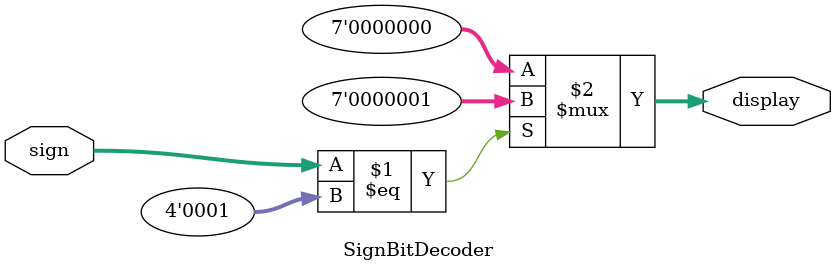
<source format=v>
`timescale 1ns / 1ps
module SignBitDecoder(
    input [3:0] sign,
    output [6:0] display
    );
	
	assign display = (sign == 4'b0001)? 7'b0000001 : 7'b0000000;

endmodule

</source>
